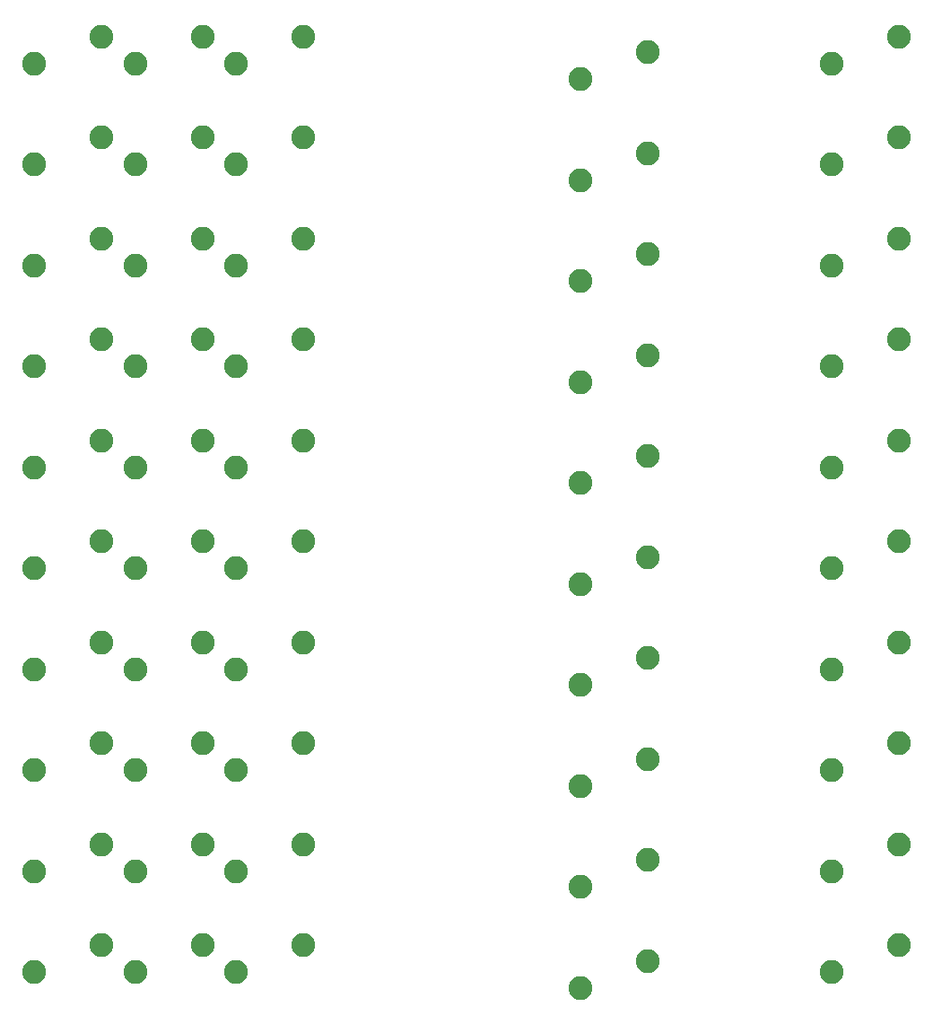
<source format=gbr>
G04 #@! TF.GenerationSoftware,KiCad,Pcbnew,(5.1.4)-1*
G04 #@! TF.CreationDate,2019-09-06T01:52:25-07:00*
G04 #@! TF.ProjectId,testing footprints,74657374-696e-4672-9066-6f6f74707269,rev?*
G04 #@! TF.SameCoordinates,Original*
G04 #@! TF.FileFunction,Copper,L2,Bot*
G04 #@! TF.FilePolarity,Positive*
%FSLAX46Y46*%
G04 Gerber Fmt 4.6, Leading zero omitted, Abs format (unit mm)*
G04 Created by KiCad (PCBNEW (5.1.4)-1) date 2019-09-06 01:52:25*
%MOMM*%
%LPD*%
G04 APERTURE LIST*
%ADD10C,2.250000*%
G04 APERTURE END LIST*
D10*
X13015000Y-4445000D03*
X6665000Y-6985000D03*
X32065000Y-4445000D03*
X25715000Y-6985000D03*
X16190000Y-6985000D03*
X22540000Y-4445000D03*
X22540000Y-90170000D03*
X16190000Y-92710000D03*
X25715000Y-92710000D03*
X32065000Y-90170000D03*
X6665000Y-92710000D03*
X13015000Y-90170000D03*
X13015000Y-80645000D03*
X6665000Y-83185000D03*
X32065000Y-80645000D03*
X25715000Y-83185000D03*
X16190000Y-83185000D03*
X22540000Y-80645000D03*
X13015000Y-71120000D03*
X6665000Y-73660000D03*
X32065000Y-71120000D03*
X25715000Y-73660000D03*
X16190000Y-73660000D03*
X22540000Y-71120000D03*
X22540000Y-61595000D03*
X16190000Y-64135000D03*
X25715000Y-64135000D03*
X32065000Y-61595000D03*
X6665000Y-64135000D03*
X13015000Y-61595000D03*
X22540000Y-52070000D03*
X16190000Y-54610000D03*
X25715000Y-54610000D03*
X32065000Y-52070000D03*
X6665000Y-54610000D03*
X13015000Y-52070000D03*
X13015000Y-42545000D03*
X6665000Y-45085000D03*
X32065000Y-42545000D03*
X25715000Y-45085000D03*
X16190000Y-45085000D03*
X22540000Y-42545000D03*
X13015000Y-33020000D03*
X6665000Y-35560000D03*
X32065000Y-33020000D03*
X25715000Y-35560000D03*
X16190000Y-35560000D03*
X22540000Y-33020000D03*
X22540000Y-23495000D03*
X16190000Y-26035000D03*
X25715000Y-26035000D03*
X32065000Y-23495000D03*
X6665000Y-26035000D03*
X13015000Y-23495000D03*
X22540000Y-13970000D03*
X16190000Y-16510000D03*
X25715000Y-16510000D03*
X32065000Y-13970000D03*
X6665000Y-16510000D03*
X13015000Y-13970000D03*
X64540000Y-91645000D03*
X58190000Y-94185000D03*
X58190000Y-75135000D03*
X64540000Y-72595000D03*
X64540000Y-53545000D03*
X58190000Y-56085000D03*
X58190000Y-17985000D03*
X64540000Y-15445000D03*
X64540000Y-34495000D03*
X58190000Y-37035000D03*
X58190000Y-84660000D03*
X64540000Y-82120000D03*
X64540000Y-5920000D03*
X58190000Y-8460000D03*
X64540000Y-24970000D03*
X58190000Y-27510000D03*
X64540000Y-63070000D03*
X58190000Y-65610000D03*
X58190000Y-46560000D03*
X64540000Y-44020000D03*
X81915000Y-92710000D03*
X88265000Y-90170000D03*
X88265000Y-71120000D03*
X81915000Y-73660000D03*
X81915000Y-54610000D03*
X88265000Y-52070000D03*
X81915000Y-35560000D03*
X88265000Y-33020000D03*
X88265000Y-13970000D03*
X81915000Y-16510000D03*
X81915000Y-6985000D03*
X88265000Y-4445000D03*
X88265000Y-80645000D03*
X81915000Y-83185000D03*
X81915000Y-64135000D03*
X88265000Y-61595000D03*
X88265000Y-42545000D03*
X81915000Y-45085000D03*
X81915000Y-26035000D03*
X88265000Y-23495000D03*
M02*

</source>
